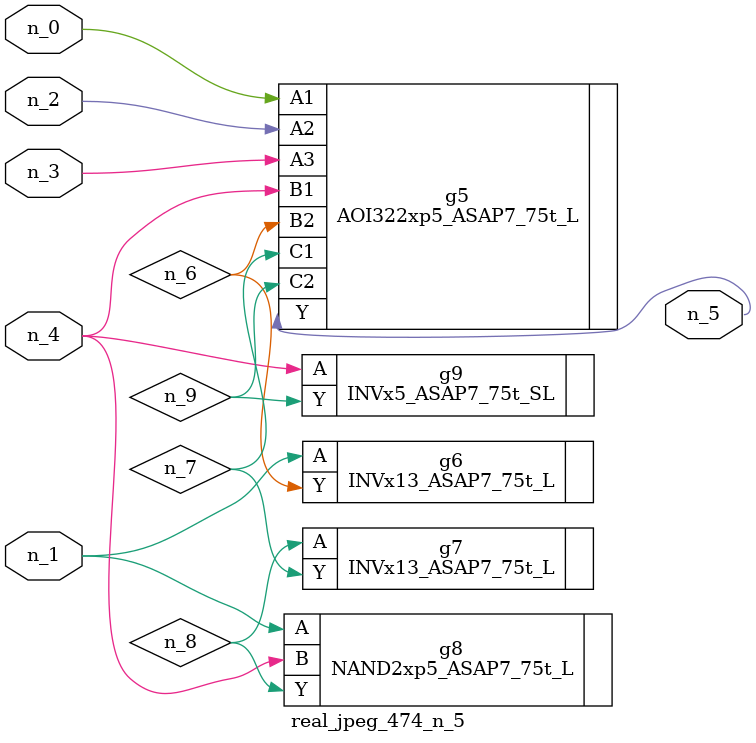
<source format=v>
module real_jpeg_474_n_5 (n_4, n_0, n_1, n_2, n_3, n_5);

input n_4;
input n_0;
input n_1;
input n_2;
input n_3;

output n_5;

wire n_8;
wire n_6;
wire n_7;
wire n_9;

AOI322xp5_ASAP7_75t_L g5 ( 
.A1(n_0),
.A2(n_2),
.A3(n_3),
.B1(n_4),
.B2(n_6),
.C1(n_7),
.C2(n_9),
.Y(n_5)
);

INVx13_ASAP7_75t_L g6 ( 
.A(n_1),
.Y(n_6)
);

NAND2xp5_ASAP7_75t_L g8 ( 
.A(n_1),
.B(n_4),
.Y(n_8)
);

INVx5_ASAP7_75t_SL g9 ( 
.A(n_4),
.Y(n_9)
);

INVx13_ASAP7_75t_L g7 ( 
.A(n_8),
.Y(n_7)
);


endmodule
</source>
